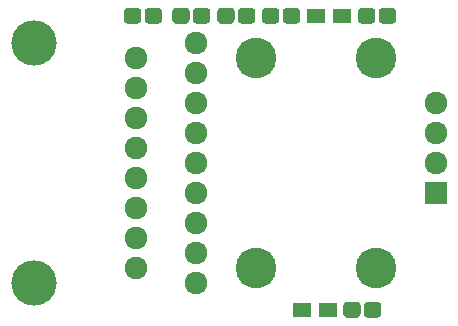
<source format=gbr>
G04 #@! TF.GenerationSoftware,KiCad,Pcbnew,(5.0.0)*
G04 #@! TF.CreationDate,2018-12-18T17:16:09-06:00*
G04 #@! TF.ProjectId,IMUBreakout_Hardware,494D55427265616B6F75745F48617264,rev?*
G04 #@! TF.SameCoordinates,Original*
G04 #@! TF.FileFunction,Soldermask,Top*
G04 #@! TF.FilePolarity,Negative*
%FSLAX46Y46*%
G04 Gerber Fmt 4.6, Leading zero omitted, Abs format (unit mm)*
G04 Created by KiCad (PCBNEW (5.0.0)) date 12/18/18 17:16:09*
%MOMM*%
%LPD*%
G01*
G04 APERTURE LIST*
%ADD10C,1.924000*%
%ADD11R,1.924000X1.924000*%
%ADD12C,3.448000*%
%ADD13C,3.850000*%
%ADD14C,0.100000*%
%ADD15C,1.350000*%
%ADD16R,1.600000X1.300000*%
G04 APERTURE END LIST*
D10*
G04 #@! TO.C,U1*
X129540000Y-85090000D03*
X129540000Y-87630000D03*
X129540000Y-90170000D03*
X129540000Y-92710000D03*
X129540000Y-95250000D03*
X129540000Y-97790000D03*
X129540000Y-100330000D03*
X129540000Y-102870000D03*
X129540000Y-105410000D03*
X149860000Y-90170000D03*
X149860000Y-92710000D03*
X149860000Y-95250000D03*
D11*
X149860000Y-97790000D03*
D12*
X134620000Y-104140000D03*
X144780000Y-104140000D03*
X134620000Y-86360000D03*
X144780000Y-86360000D03*
G04 #@! TD*
D10*
G04 #@! TO.C,Conn1*
X124460000Y-104140000D03*
X124460000Y-101600000D03*
X124460000Y-99060000D03*
X124460000Y-96520000D03*
X124460000Y-93980000D03*
D13*
X115824000Y-105410000D03*
X115824000Y-85090000D03*
D10*
X124460000Y-91440000D03*
X124460000Y-88900000D03*
X124460000Y-86360000D03*
G04 #@! TD*
D14*
G04 #@! TO.C,D1*
G36*
X143196581Y-107022625D02*
X143229343Y-107027485D01*
X143261471Y-107035533D01*
X143292656Y-107046691D01*
X143322596Y-107060852D01*
X143351005Y-107077879D01*
X143377608Y-107097609D01*
X143402149Y-107119851D01*
X143424391Y-107144392D01*
X143444121Y-107170995D01*
X143461148Y-107199404D01*
X143475309Y-107229344D01*
X143486467Y-107260529D01*
X143494515Y-107292657D01*
X143499375Y-107325419D01*
X143501000Y-107358500D01*
X143501000Y-108033500D01*
X143499375Y-108066581D01*
X143494515Y-108099343D01*
X143486467Y-108131471D01*
X143475309Y-108162656D01*
X143461148Y-108192596D01*
X143444121Y-108221005D01*
X143424391Y-108247608D01*
X143402149Y-108272149D01*
X143377608Y-108294391D01*
X143351005Y-108314121D01*
X143322596Y-108331148D01*
X143292656Y-108345309D01*
X143261471Y-108356467D01*
X143229343Y-108364515D01*
X143196581Y-108369375D01*
X143163500Y-108371000D01*
X142388500Y-108371000D01*
X142355419Y-108369375D01*
X142322657Y-108364515D01*
X142290529Y-108356467D01*
X142259344Y-108345309D01*
X142229404Y-108331148D01*
X142200995Y-108314121D01*
X142174392Y-108294391D01*
X142149851Y-108272149D01*
X142127609Y-108247608D01*
X142107879Y-108221005D01*
X142090852Y-108192596D01*
X142076691Y-108162656D01*
X142065533Y-108131471D01*
X142057485Y-108099343D01*
X142052625Y-108066581D01*
X142051000Y-108033500D01*
X142051000Y-107358500D01*
X142052625Y-107325419D01*
X142057485Y-107292657D01*
X142065533Y-107260529D01*
X142076691Y-107229344D01*
X142090852Y-107199404D01*
X142107879Y-107170995D01*
X142127609Y-107144392D01*
X142149851Y-107119851D01*
X142174392Y-107097609D01*
X142200995Y-107077879D01*
X142229404Y-107060852D01*
X142259344Y-107046691D01*
X142290529Y-107035533D01*
X142322657Y-107027485D01*
X142355419Y-107022625D01*
X142388500Y-107021000D01*
X143163500Y-107021000D01*
X143196581Y-107022625D01*
X143196581Y-107022625D01*
G37*
D15*
X142776000Y-107696000D03*
D14*
G36*
X144946581Y-107022625D02*
X144979343Y-107027485D01*
X145011471Y-107035533D01*
X145042656Y-107046691D01*
X145072596Y-107060852D01*
X145101005Y-107077879D01*
X145127608Y-107097609D01*
X145152149Y-107119851D01*
X145174391Y-107144392D01*
X145194121Y-107170995D01*
X145211148Y-107199404D01*
X145225309Y-107229344D01*
X145236467Y-107260529D01*
X145244515Y-107292657D01*
X145249375Y-107325419D01*
X145251000Y-107358500D01*
X145251000Y-108033500D01*
X145249375Y-108066581D01*
X145244515Y-108099343D01*
X145236467Y-108131471D01*
X145225309Y-108162656D01*
X145211148Y-108192596D01*
X145194121Y-108221005D01*
X145174391Y-108247608D01*
X145152149Y-108272149D01*
X145127608Y-108294391D01*
X145101005Y-108314121D01*
X145072596Y-108331148D01*
X145042656Y-108345309D01*
X145011471Y-108356467D01*
X144979343Y-108364515D01*
X144946581Y-108369375D01*
X144913500Y-108371000D01*
X144138500Y-108371000D01*
X144105419Y-108369375D01*
X144072657Y-108364515D01*
X144040529Y-108356467D01*
X144009344Y-108345309D01*
X143979404Y-108331148D01*
X143950995Y-108314121D01*
X143924392Y-108294391D01*
X143899851Y-108272149D01*
X143877609Y-108247608D01*
X143857879Y-108221005D01*
X143840852Y-108192596D01*
X143826691Y-108162656D01*
X143815533Y-108131471D01*
X143807485Y-108099343D01*
X143802625Y-108066581D01*
X143801000Y-108033500D01*
X143801000Y-107358500D01*
X143802625Y-107325419D01*
X143807485Y-107292657D01*
X143815533Y-107260529D01*
X143826691Y-107229344D01*
X143840852Y-107199404D01*
X143857879Y-107170995D01*
X143877609Y-107144392D01*
X143899851Y-107119851D01*
X143924392Y-107097609D01*
X143950995Y-107077879D01*
X143979404Y-107060852D01*
X144009344Y-107046691D01*
X144040529Y-107035533D01*
X144072657Y-107027485D01*
X144105419Y-107022625D01*
X144138500Y-107021000D01*
X144913500Y-107021000D01*
X144946581Y-107022625D01*
X144946581Y-107022625D01*
G37*
D15*
X144526000Y-107696000D03*
G04 #@! TD*
D14*
G04 #@! TO.C,D2*
G36*
X146188581Y-82130625D02*
X146221343Y-82135485D01*
X146253471Y-82143533D01*
X146284656Y-82154691D01*
X146314596Y-82168852D01*
X146343005Y-82185879D01*
X146369608Y-82205609D01*
X146394149Y-82227851D01*
X146416391Y-82252392D01*
X146436121Y-82278995D01*
X146453148Y-82307404D01*
X146467309Y-82337344D01*
X146478467Y-82368529D01*
X146486515Y-82400657D01*
X146491375Y-82433419D01*
X146493000Y-82466500D01*
X146493000Y-83141500D01*
X146491375Y-83174581D01*
X146486515Y-83207343D01*
X146478467Y-83239471D01*
X146467309Y-83270656D01*
X146453148Y-83300596D01*
X146436121Y-83329005D01*
X146416391Y-83355608D01*
X146394149Y-83380149D01*
X146369608Y-83402391D01*
X146343005Y-83422121D01*
X146314596Y-83439148D01*
X146284656Y-83453309D01*
X146253471Y-83464467D01*
X146221343Y-83472515D01*
X146188581Y-83477375D01*
X146155500Y-83479000D01*
X145380500Y-83479000D01*
X145347419Y-83477375D01*
X145314657Y-83472515D01*
X145282529Y-83464467D01*
X145251344Y-83453309D01*
X145221404Y-83439148D01*
X145192995Y-83422121D01*
X145166392Y-83402391D01*
X145141851Y-83380149D01*
X145119609Y-83355608D01*
X145099879Y-83329005D01*
X145082852Y-83300596D01*
X145068691Y-83270656D01*
X145057533Y-83239471D01*
X145049485Y-83207343D01*
X145044625Y-83174581D01*
X145043000Y-83141500D01*
X145043000Y-82466500D01*
X145044625Y-82433419D01*
X145049485Y-82400657D01*
X145057533Y-82368529D01*
X145068691Y-82337344D01*
X145082852Y-82307404D01*
X145099879Y-82278995D01*
X145119609Y-82252392D01*
X145141851Y-82227851D01*
X145166392Y-82205609D01*
X145192995Y-82185879D01*
X145221404Y-82168852D01*
X145251344Y-82154691D01*
X145282529Y-82143533D01*
X145314657Y-82135485D01*
X145347419Y-82130625D01*
X145380500Y-82129000D01*
X146155500Y-82129000D01*
X146188581Y-82130625D01*
X146188581Y-82130625D01*
G37*
D15*
X145768000Y-82804000D03*
D14*
G36*
X144438581Y-82130625D02*
X144471343Y-82135485D01*
X144503471Y-82143533D01*
X144534656Y-82154691D01*
X144564596Y-82168852D01*
X144593005Y-82185879D01*
X144619608Y-82205609D01*
X144644149Y-82227851D01*
X144666391Y-82252392D01*
X144686121Y-82278995D01*
X144703148Y-82307404D01*
X144717309Y-82337344D01*
X144728467Y-82368529D01*
X144736515Y-82400657D01*
X144741375Y-82433419D01*
X144743000Y-82466500D01*
X144743000Y-83141500D01*
X144741375Y-83174581D01*
X144736515Y-83207343D01*
X144728467Y-83239471D01*
X144717309Y-83270656D01*
X144703148Y-83300596D01*
X144686121Y-83329005D01*
X144666391Y-83355608D01*
X144644149Y-83380149D01*
X144619608Y-83402391D01*
X144593005Y-83422121D01*
X144564596Y-83439148D01*
X144534656Y-83453309D01*
X144503471Y-83464467D01*
X144471343Y-83472515D01*
X144438581Y-83477375D01*
X144405500Y-83479000D01*
X143630500Y-83479000D01*
X143597419Y-83477375D01*
X143564657Y-83472515D01*
X143532529Y-83464467D01*
X143501344Y-83453309D01*
X143471404Y-83439148D01*
X143442995Y-83422121D01*
X143416392Y-83402391D01*
X143391851Y-83380149D01*
X143369609Y-83355608D01*
X143349879Y-83329005D01*
X143332852Y-83300596D01*
X143318691Y-83270656D01*
X143307533Y-83239471D01*
X143299485Y-83207343D01*
X143294625Y-83174581D01*
X143293000Y-83141500D01*
X143293000Y-82466500D01*
X143294625Y-82433419D01*
X143299485Y-82400657D01*
X143307533Y-82368529D01*
X143318691Y-82337344D01*
X143332852Y-82307404D01*
X143349879Y-82278995D01*
X143369609Y-82252392D01*
X143391851Y-82227851D01*
X143416392Y-82205609D01*
X143442995Y-82185879D01*
X143471404Y-82168852D01*
X143501344Y-82154691D01*
X143532529Y-82143533D01*
X143564657Y-82135485D01*
X143597419Y-82130625D01*
X143630500Y-82129000D01*
X144405500Y-82129000D01*
X144438581Y-82130625D01*
X144438581Y-82130625D01*
G37*
D15*
X144018000Y-82804000D03*
G04 #@! TD*
D14*
G04 #@! TO.C,R1*
G36*
X126376581Y-82130625D02*
X126409343Y-82135485D01*
X126441471Y-82143533D01*
X126472656Y-82154691D01*
X126502596Y-82168852D01*
X126531005Y-82185879D01*
X126557608Y-82205609D01*
X126582149Y-82227851D01*
X126604391Y-82252392D01*
X126624121Y-82278995D01*
X126641148Y-82307404D01*
X126655309Y-82337344D01*
X126666467Y-82368529D01*
X126674515Y-82400657D01*
X126679375Y-82433419D01*
X126681000Y-82466500D01*
X126681000Y-83141500D01*
X126679375Y-83174581D01*
X126674515Y-83207343D01*
X126666467Y-83239471D01*
X126655309Y-83270656D01*
X126641148Y-83300596D01*
X126624121Y-83329005D01*
X126604391Y-83355608D01*
X126582149Y-83380149D01*
X126557608Y-83402391D01*
X126531005Y-83422121D01*
X126502596Y-83439148D01*
X126472656Y-83453309D01*
X126441471Y-83464467D01*
X126409343Y-83472515D01*
X126376581Y-83477375D01*
X126343500Y-83479000D01*
X125568500Y-83479000D01*
X125535419Y-83477375D01*
X125502657Y-83472515D01*
X125470529Y-83464467D01*
X125439344Y-83453309D01*
X125409404Y-83439148D01*
X125380995Y-83422121D01*
X125354392Y-83402391D01*
X125329851Y-83380149D01*
X125307609Y-83355608D01*
X125287879Y-83329005D01*
X125270852Y-83300596D01*
X125256691Y-83270656D01*
X125245533Y-83239471D01*
X125237485Y-83207343D01*
X125232625Y-83174581D01*
X125231000Y-83141500D01*
X125231000Y-82466500D01*
X125232625Y-82433419D01*
X125237485Y-82400657D01*
X125245533Y-82368529D01*
X125256691Y-82337344D01*
X125270852Y-82307404D01*
X125287879Y-82278995D01*
X125307609Y-82252392D01*
X125329851Y-82227851D01*
X125354392Y-82205609D01*
X125380995Y-82185879D01*
X125409404Y-82168852D01*
X125439344Y-82154691D01*
X125470529Y-82143533D01*
X125502657Y-82135485D01*
X125535419Y-82130625D01*
X125568500Y-82129000D01*
X126343500Y-82129000D01*
X126376581Y-82130625D01*
X126376581Y-82130625D01*
G37*
D15*
X125956000Y-82804000D03*
D14*
G36*
X124626581Y-82130625D02*
X124659343Y-82135485D01*
X124691471Y-82143533D01*
X124722656Y-82154691D01*
X124752596Y-82168852D01*
X124781005Y-82185879D01*
X124807608Y-82205609D01*
X124832149Y-82227851D01*
X124854391Y-82252392D01*
X124874121Y-82278995D01*
X124891148Y-82307404D01*
X124905309Y-82337344D01*
X124916467Y-82368529D01*
X124924515Y-82400657D01*
X124929375Y-82433419D01*
X124931000Y-82466500D01*
X124931000Y-83141500D01*
X124929375Y-83174581D01*
X124924515Y-83207343D01*
X124916467Y-83239471D01*
X124905309Y-83270656D01*
X124891148Y-83300596D01*
X124874121Y-83329005D01*
X124854391Y-83355608D01*
X124832149Y-83380149D01*
X124807608Y-83402391D01*
X124781005Y-83422121D01*
X124752596Y-83439148D01*
X124722656Y-83453309D01*
X124691471Y-83464467D01*
X124659343Y-83472515D01*
X124626581Y-83477375D01*
X124593500Y-83479000D01*
X123818500Y-83479000D01*
X123785419Y-83477375D01*
X123752657Y-83472515D01*
X123720529Y-83464467D01*
X123689344Y-83453309D01*
X123659404Y-83439148D01*
X123630995Y-83422121D01*
X123604392Y-83402391D01*
X123579851Y-83380149D01*
X123557609Y-83355608D01*
X123537879Y-83329005D01*
X123520852Y-83300596D01*
X123506691Y-83270656D01*
X123495533Y-83239471D01*
X123487485Y-83207343D01*
X123482625Y-83174581D01*
X123481000Y-83141500D01*
X123481000Y-82466500D01*
X123482625Y-82433419D01*
X123487485Y-82400657D01*
X123495533Y-82368529D01*
X123506691Y-82337344D01*
X123520852Y-82307404D01*
X123537879Y-82278995D01*
X123557609Y-82252392D01*
X123579851Y-82227851D01*
X123604392Y-82205609D01*
X123630995Y-82185879D01*
X123659404Y-82168852D01*
X123689344Y-82154691D01*
X123720529Y-82143533D01*
X123752657Y-82135485D01*
X123785419Y-82130625D01*
X123818500Y-82129000D01*
X124593500Y-82129000D01*
X124626581Y-82130625D01*
X124626581Y-82130625D01*
G37*
D15*
X124206000Y-82804000D03*
G04 #@! TD*
D14*
G04 #@! TO.C,R2*
G36*
X128718581Y-82130625D02*
X128751343Y-82135485D01*
X128783471Y-82143533D01*
X128814656Y-82154691D01*
X128844596Y-82168852D01*
X128873005Y-82185879D01*
X128899608Y-82205609D01*
X128924149Y-82227851D01*
X128946391Y-82252392D01*
X128966121Y-82278995D01*
X128983148Y-82307404D01*
X128997309Y-82337344D01*
X129008467Y-82368529D01*
X129016515Y-82400657D01*
X129021375Y-82433419D01*
X129023000Y-82466500D01*
X129023000Y-83141500D01*
X129021375Y-83174581D01*
X129016515Y-83207343D01*
X129008467Y-83239471D01*
X128997309Y-83270656D01*
X128983148Y-83300596D01*
X128966121Y-83329005D01*
X128946391Y-83355608D01*
X128924149Y-83380149D01*
X128899608Y-83402391D01*
X128873005Y-83422121D01*
X128844596Y-83439148D01*
X128814656Y-83453309D01*
X128783471Y-83464467D01*
X128751343Y-83472515D01*
X128718581Y-83477375D01*
X128685500Y-83479000D01*
X127910500Y-83479000D01*
X127877419Y-83477375D01*
X127844657Y-83472515D01*
X127812529Y-83464467D01*
X127781344Y-83453309D01*
X127751404Y-83439148D01*
X127722995Y-83422121D01*
X127696392Y-83402391D01*
X127671851Y-83380149D01*
X127649609Y-83355608D01*
X127629879Y-83329005D01*
X127612852Y-83300596D01*
X127598691Y-83270656D01*
X127587533Y-83239471D01*
X127579485Y-83207343D01*
X127574625Y-83174581D01*
X127573000Y-83141500D01*
X127573000Y-82466500D01*
X127574625Y-82433419D01*
X127579485Y-82400657D01*
X127587533Y-82368529D01*
X127598691Y-82337344D01*
X127612852Y-82307404D01*
X127629879Y-82278995D01*
X127649609Y-82252392D01*
X127671851Y-82227851D01*
X127696392Y-82205609D01*
X127722995Y-82185879D01*
X127751404Y-82168852D01*
X127781344Y-82154691D01*
X127812529Y-82143533D01*
X127844657Y-82135485D01*
X127877419Y-82130625D01*
X127910500Y-82129000D01*
X128685500Y-82129000D01*
X128718581Y-82130625D01*
X128718581Y-82130625D01*
G37*
D15*
X128298000Y-82804000D03*
D14*
G36*
X130468581Y-82130625D02*
X130501343Y-82135485D01*
X130533471Y-82143533D01*
X130564656Y-82154691D01*
X130594596Y-82168852D01*
X130623005Y-82185879D01*
X130649608Y-82205609D01*
X130674149Y-82227851D01*
X130696391Y-82252392D01*
X130716121Y-82278995D01*
X130733148Y-82307404D01*
X130747309Y-82337344D01*
X130758467Y-82368529D01*
X130766515Y-82400657D01*
X130771375Y-82433419D01*
X130773000Y-82466500D01*
X130773000Y-83141500D01*
X130771375Y-83174581D01*
X130766515Y-83207343D01*
X130758467Y-83239471D01*
X130747309Y-83270656D01*
X130733148Y-83300596D01*
X130716121Y-83329005D01*
X130696391Y-83355608D01*
X130674149Y-83380149D01*
X130649608Y-83402391D01*
X130623005Y-83422121D01*
X130594596Y-83439148D01*
X130564656Y-83453309D01*
X130533471Y-83464467D01*
X130501343Y-83472515D01*
X130468581Y-83477375D01*
X130435500Y-83479000D01*
X129660500Y-83479000D01*
X129627419Y-83477375D01*
X129594657Y-83472515D01*
X129562529Y-83464467D01*
X129531344Y-83453309D01*
X129501404Y-83439148D01*
X129472995Y-83422121D01*
X129446392Y-83402391D01*
X129421851Y-83380149D01*
X129399609Y-83355608D01*
X129379879Y-83329005D01*
X129362852Y-83300596D01*
X129348691Y-83270656D01*
X129337533Y-83239471D01*
X129329485Y-83207343D01*
X129324625Y-83174581D01*
X129323000Y-83141500D01*
X129323000Y-82466500D01*
X129324625Y-82433419D01*
X129329485Y-82400657D01*
X129337533Y-82368529D01*
X129348691Y-82337344D01*
X129362852Y-82307404D01*
X129379879Y-82278995D01*
X129399609Y-82252392D01*
X129421851Y-82227851D01*
X129446392Y-82205609D01*
X129472995Y-82185879D01*
X129501404Y-82168852D01*
X129531344Y-82154691D01*
X129562529Y-82143533D01*
X129594657Y-82135485D01*
X129627419Y-82130625D01*
X129660500Y-82129000D01*
X130435500Y-82129000D01*
X130468581Y-82130625D01*
X130468581Y-82130625D01*
G37*
D15*
X130048000Y-82804000D03*
G04 #@! TD*
D14*
G04 #@! TO.C,R3*
G36*
X138060581Y-82130625D02*
X138093343Y-82135485D01*
X138125471Y-82143533D01*
X138156656Y-82154691D01*
X138186596Y-82168852D01*
X138215005Y-82185879D01*
X138241608Y-82205609D01*
X138266149Y-82227851D01*
X138288391Y-82252392D01*
X138308121Y-82278995D01*
X138325148Y-82307404D01*
X138339309Y-82337344D01*
X138350467Y-82368529D01*
X138358515Y-82400657D01*
X138363375Y-82433419D01*
X138365000Y-82466500D01*
X138365000Y-83141500D01*
X138363375Y-83174581D01*
X138358515Y-83207343D01*
X138350467Y-83239471D01*
X138339309Y-83270656D01*
X138325148Y-83300596D01*
X138308121Y-83329005D01*
X138288391Y-83355608D01*
X138266149Y-83380149D01*
X138241608Y-83402391D01*
X138215005Y-83422121D01*
X138186596Y-83439148D01*
X138156656Y-83453309D01*
X138125471Y-83464467D01*
X138093343Y-83472515D01*
X138060581Y-83477375D01*
X138027500Y-83479000D01*
X137252500Y-83479000D01*
X137219419Y-83477375D01*
X137186657Y-83472515D01*
X137154529Y-83464467D01*
X137123344Y-83453309D01*
X137093404Y-83439148D01*
X137064995Y-83422121D01*
X137038392Y-83402391D01*
X137013851Y-83380149D01*
X136991609Y-83355608D01*
X136971879Y-83329005D01*
X136954852Y-83300596D01*
X136940691Y-83270656D01*
X136929533Y-83239471D01*
X136921485Y-83207343D01*
X136916625Y-83174581D01*
X136915000Y-83141500D01*
X136915000Y-82466500D01*
X136916625Y-82433419D01*
X136921485Y-82400657D01*
X136929533Y-82368529D01*
X136940691Y-82337344D01*
X136954852Y-82307404D01*
X136971879Y-82278995D01*
X136991609Y-82252392D01*
X137013851Y-82227851D01*
X137038392Y-82205609D01*
X137064995Y-82185879D01*
X137093404Y-82168852D01*
X137123344Y-82154691D01*
X137154529Y-82143533D01*
X137186657Y-82135485D01*
X137219419Y-82130625D01*
X137252500Y-82129000D01*
X138027500Y-82129000D01*
X138060581Y-82130625D01*
X138060581Y-82130625D01*
G37*
D15*
X137640000Y-82804000D03*
D14*
G36*
X136310581Y-82130625D02*
X136343343Y-82135485D01*
X136375471Y-82143533D01*
X136406656Y-82154691D01*
X136436596Y-82168852D01*
X136465005Y-82185879D01*
X136491608Y-82205609D01*
X136516149Y-82227851D01*
X136538391Y-82252392D01*
X136558121Y-82278995D01*
X136575148Y-82307404D01*
X136589309Y-82337344D01*
X136600467Y-82368529D01*
X136608515Y-82400657D01*
X136613375Y-82433419D01*
X136615000Y-82466500D01*
X136615000Y-83141500D01*
X136613375Y-83174581D01*
X136608515Y-83207343D01*
X136600467Y-83239471D01*
X136589309Y-83270656D01*
X136575148Y-83300596D01*
X136558121Y-83329005D01*
X136538391Y-83355608D01*
X136516149Y-83380149D01*
X136491608Y-83402391D01*
X136465005Y-83422121D01*
X136436596Y-83439148D01*
X136406656Y-83453309D01*
X136375471Y-83464467D01*
X136343343Y-83472515D01*
X136310581Y-83477375D01*
X136277500Y-83479000D01*
X135502500Y-83479000D01*
X135469419Y-83477375D01*
X135436657Y-83472515D01*
X135404529Y-83464467D01*
X135373344Y-83453309D01*
X135343404Y-83439148D01*
X135314995Y-83422121D01*
X135288392Y-83402391D01*
X135263851Y-83380149D01*
X135241609Y-83355608D01*
X135221879Y-83329005D01*
X135204852Y-83300596D01*
X135190691Y-83270656D01*
X135179533Y-83239471D01*
X135171485Y-83207343D01*
X135166625Y-83174581D01*
X135165000Y-83141500D01*
X135165000Y-82466500D01*
X135166625Y-82433419D01*
X135171485Y-82400657D01*
X135179533Y-82368529D01*
X135190691Y-82337344D01*
X135204852Y-82307404D01*
X135221879Y-82278995D01*
X135241609Y-82252392D01*
X135263851Y-82227851D01*
X135288392Y-82205609D01*
X135314995Y-82185879D01*
X135343404Y-82168852D01*
X135373344Y-82154691D01*
X135404529Y-82143533D01*
X135436657Y-82135485D01*
X135469419Y-82130625D01*
X135502500Y-82129000D01*
X136277500Y-82129000D01*
X136310581Y-82130625D01*
X136310581Y-82130625D01*
G37*
D15*
X135890000Y-82804000D03*
G04 #@! TD*
D14*
G04 #@! TO.C,R4*
G36*
X132528581Y-82130625D02*
X132561343Y-82135485D01*
X132593471Y-82143533D01*
X132624656Y-82154691D01*
X132654596Y-82168852D01*
X132683005Y-82185879D01*
X132709608Y-82205609D01*
X132734149Y-82227851D01*
X132756391Y-82252392D01*
X132776121Y-82278995D01*
X132793148Y-82307404D01*
X132807309Y-82337344D01*
X132818467Y-82368529D01*
X132826515Y-82400657D01*
X132831375Y-82433419D01*
X132833000Y-82466500D01*
X132833000Y-83141500D01*
X132831375Y-83174581D01*
X132826515Y-83207343D01*
X132818467Y-83239471D01*
X132807309Y-83270656D01*
X132793148Y-83300596D01*
X132776121Y-83329005D01*
X132756391Y-83355608D01*
X132734149Y-83380149D01*
X132709608Y-83402391D01*
X132683005Y-83422121D01*
X132654596Y-83439148D01*
X132624656Y-83453309D01*
X132593471Y-83464467D01*
X132561343Y-83472515D01*
X132528581Y-83477375D01*
X132495500Y-83479000D01*
X131720500Y-83479000D01*
X131687419Y-83477375D01*
X131654657Y-83472515D01*
X131622529Y-83464467D01*
X131591344Y-83453309D01*
X131561404Y-83439148D01*
X131532995Y-83422121D01*
X131506392Y-83402391D01*
X131481851Y-83380149D01*
X131459609Y-83355608D01*
X131439879Y-83329005D01*
X131422852Y-83300596D01*
X131408691Y-83270656D01*
X131397533Y-83239471D01*
X131389485Y-83207343D01*
X131384625Y-83174581D01*
X131383000Y-83141500D01*
X131383000Y-82466500D01*
X131384625Y-82433419D01*
X131389485Y-82400657D01*
X131397533Y-82368529D01*
X131408691Y-82337344D01*
X131422852Y-82307404D01*
X131439879Y-82278995D01*
X131459609Y-82252392D01*
X131481851Y-82227851D01*
X131506392Y-82205609D01*
X131532995Y-82185879D01*
X131561404Y-82168852D01*
X131591344Y-82154691D01*
X131622529Y-82143533D01*
X131654657Y-82135485D01*
X131687419Y-82130625D01*
X131720500Y-82129000D01*
X132495500Y-82129000D01*
X132528581Y-82130625D01*
X132528581Y-82130625D01*
G37*
D15*
X132108000Y-82804000D03*
D14*
G36*
X134278581Y-82130625D02*
X134311343Y-82135485D01*
X134343471Y-82143533D01*
X134374656Y-82154691D01*
X134404596Y-82168852D01*
X134433005Y-82185879D01*
X134459608Y-82205609D01*
X134484149Y-82227851D01*
X134506391Y-82252392D01*
X134526121Y-82278995D01*
X134543148Y-82307404D01*
X134557309Y-82337344D01*
X134568467Y-82368529D01*
X134576515Y-82400657D01*
X134581375Y-82433419D01*
X134583000Y-82466500D01*
X134583000Y-83141500D01*
X134581375Y-83174581D01*
X134576515Y-83207343D01*
X134568467Y-83239471D01*
X134557309Y-83270656D01*
X134543148Y-83300596D01*
X134526121Y-83329005D01*
X134506391Y-83355608D01*
X134484149Y-83380149D01*
X134459608Y-83402391D01*
X134433005Y-83422121D01*
X134404596Y-83439148D01*
X134374656Y-83453309D01*
X134343471Y-83464467D01*
X134311343Y-83472515D01*
X134278581Y-83477375D01*
X134245500Y-83479000D01*
X133470500Y-83479000D01*
X133437419Y-83477375D01*
X133404657Y-83472515D01*
X133372529Y-83464467D01*
X133341344Y-83453309D01*
X133311404Y-83439148D01*
X133282995Y-83422121D01*
X133256392Y-83402391D01*
X133231851Y-83380149D01*
X133209609Y-83355608D01*
X133189879Y-83329005D01*
X133172852Y-83300596D01*
X133158691Y-83270656D01*
X133147533Y-83239471D01*
X133139485Y-83207343D01*
X133134625Y-83174581D01*
X133133000Y-83141500D01*
X133133000Y-82466500D01*
X133134625Y-82433419D01*
X133139485Y-82400657D01*
X133147533Y-82368529D01*
X133158691Y-82337344D01*
X133172852Y-82307404D01*
X133189879Y-82278995D01*
X133209609Y-82252392D01*
X133231851Y-82227851D01*
X133256392Y-82205609D01*
X133282995Y-82185879D01*
X133311404Y-82168852D01*
X133341344Y-82154691D01*
X133372529Y-82143533D01*
X133404657Y-82135485D01*
X133437419Y-82130625D01*
X133470500Y-82129000D01*
X134245500Y-82129000D01*
X134278581Y-82130625D01*
X134278581Y-82130625D01*
G37*
D15*
X133858000Y-82804000D03*
G04 #@! TD*
D16*
G04 #@! TO.C,R5*
X138516000Y-107696000D03*
X140716000Y-107696000D03*
G04 #@! TD*
G04 #@! TO.C,R6*
X141900000Y-82804000D03*
X139700000Y-82804000D03*
G04 #@! TD*
M02*

</source>
